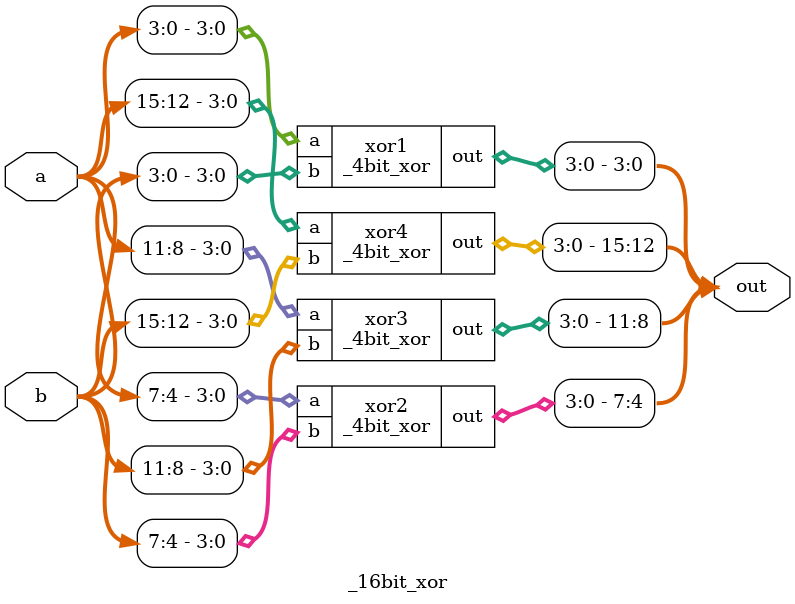
<source format=v>
module _4bit_xor(a, b, out);

input [3:0] a, b;
output [3:0] out;

xor xor1(out[0], a[0], b[0]);
xor xor2(out[1], a[1], b[1]);
xor xor3(out[2], a[2], b[2]);
xor xor4(out[3], a[3], b[3]);

endmodule


module _16bit_xor(a, b, out);

input [15:0] a, b;
output [15:0] out;

_4bit_xor xor1( a[3:0], b[3:0], out[3:0]);
_4bit_xor xor2(a[7:4], b[7:4], out[7:4]);
_4bit_xor xor3(a[11:8], b[11:8], out[11:8]);
_4bit_xor xor4(a[15:12], b[15:12], out[15:12]);

endmodule

</source>
